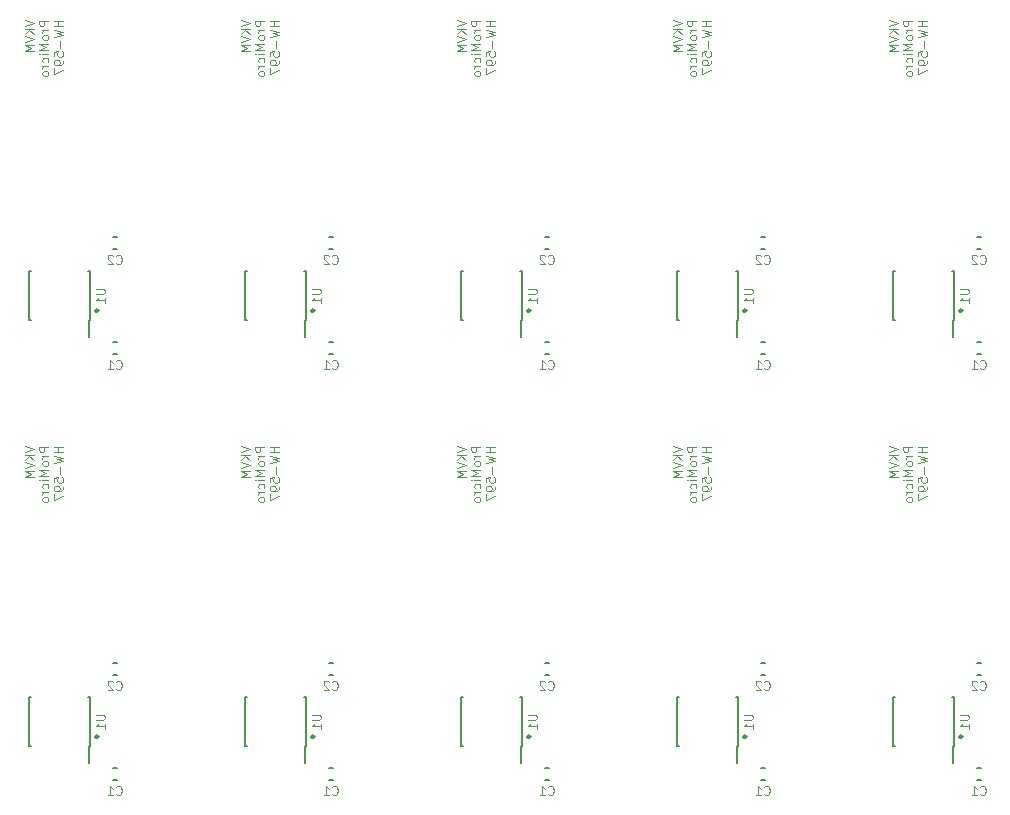
<source format=gbo>
%MOIN*%
%OFA0B0*%
%FSLAX46Y46*%
%IPPOS*%
%LPD*%
%ADD10C,0.01*%
%ADD11C,0.004*%
%ADD12C,0.006000000000000001*%
%ADD23C,0.01*%
%ADD24C,0.004*%
%ADD25C,0.006000000000000001*%
%ADD26C,0.01*%
%ADD27C,0.004*%
%ADD28C,0.006000000000000001*%
%ADD29C,0.01*%
%ADD30C,0.004*%
%ADD31C,0.006000000000000001*%
%ADD32C,0.01*%
%ADD33C,0.004*%
%ADD34C,0.006000000000000001*%
%ADD35C,0.01*%
%ADD36C,0.004*%
%ADD37C,0.006000000000000001*%
%ADD38C,0.01*%
%ADD39C,0.004*%
%ADD40C,0.006000000000000001*%
%ADD41C,0.01*%
%ADD42C,0.004*%
%ADD43C,0.006000000000000001*%
%ADD44C,0.01*%
%ADD45C,0.004*%
%ADD46C,0.006000000000000001*%
%ADD47C,0.01*%
%ADD48C,0.004*%
%ADD49C,0.006000000000000001*%
D10*
X0000440000Y0000359999D02*
G75*
G03X0000440000Y0000359999I-0000005000D01*
G01*
D11*
X0000194571Y0001329542D02*
X0000224571Y0001319542D01*
X0000194571Y0001309542D01*
X0000224571Y0001299542D02*
X0000194571Y0001299542D01*
X0000224571Y0001282399D02*
X0000207428Y0001295257D01*
X0000194571Y0001282399D02*
X0000211714Y0001299542D01*
X0000194571Y0001273828D02*
X0000224571Y0001263828D01*
X0000194571Y0001253828D01*
X0000224571Y0001243828D02*
X0000194571Y0001243828D01*
X0000216000Y0001233828D01*
X0000194571Y0001223828D01*
X0000224571Y0001223828D01*
X0000273571Y0001325257D02*
X0000243571Y0001325257D01*
X0000243571Y0001313828D01*
X0000245000Y0001310971D01*
X0000246428Y0001309542D01*
X0000249285Y0001308114D01*
X0000253571Y0001308114D01*
X0000256428Y0001309542D01*
X0000257857Y0001310971D01*
X0000259285Y0001313828D01*
X0000259285Y0001325257D01*
X0000273571Y0001295257D02*
X0000253571Y0001295257D01*
X0000259285Y0001295257D02*
X0000256428Y0001293828D01*
X0000255000Y0001292399D01*
X0000253571Y0001289542D01*
X0000253571Y0001286685D01*
X0000273571Y0001272399D02*
X0000272142Y0001275257D01*
X0000270714Y0001276685D01*
X0000267857Y0001278114D01*
X0000259285Y0001278114D01*
X0000256428Y0001276685D01*
X0000255000Y0001275257D01*
X0000253571Y0001272399D01*
X0000253571Y0001268114D01*
X0000255000Y0001265257D01*
X0000256428Y0001263828D01*
X0000259285Y0001262399D01*
X0000267857Y0001262399D01*
X0000270714Y0001263828D01*
X0000272142Y0001265257D01*
X0000273571Y0001268114D01*
X0000273571Y0001272399D01*
X0000273571Y0001249542D02*
X0000243571Y0001249542D01*
X0000265000Y0001239542D01*
X0000243571Y0001229542D01*
X0000273571Y0001229542D01*
X0000273571Y0001215257D02*
X0000253571Y0001215257D01*
X0000243571Y0001215257D02*
X0000245000Y0001216685D01*
X0000246428Y0001215257D01*
X0000245000Y0001213828D01*
X0000243571Y0001215257D01*
X0000246428Y0001215257D01*
X0000272142Y0001188114D02*
X0000273571Y0001190971D01*
X0000273571Y0001196685D01*
X0000272142Y0001199542D01*
X0000270714Y0001200971D01*
X0000267857Y0001202399D01*
X0000259285Y0001202399D01*
X0000256428Y0001200971D01*
X0000255000Y0001199542D01*
X0000253571Y0001196685D01*
X0000253571Y0001190971D01*
X0000255000Y0001188114D01*
X0000273571Y0001175257D02*
X0000253571Y0001175257D01*
X0000259285Y0001175257D02*
X0000256428Y0001173828D01*
X0000255000Y0001172399D01*
X0000253571Y0001169542D01*
X0000253571Y0001166685D01*
X0000273571Y0001152399D02*
X0000272142Y0001155257D01*
X0000270714Y0001156685D01*
X0000267857Y0001158114D01*
X0000259285Y0001158114D01*
X0000256428Y0001156685D01*
X0000255000Y0001155257D01*
X0000253571Y0001152399D01*
X0000253571Y0001148114D01*
X0000255000Y0001145257D01*
X0000256428Y0001143828D01*
X0000259285Y0001142399D01*
X0000267857Y0001142399D01*
X0000270714Y0001143828D01*
X0000272142Y0001145257D01*
X0000273571Y0001148114D01*
X0000273571Y0001152399D01*
X0000322571Y0001325257D02*
X0000292571Y0001325257D01*
X0000306857Y0001325257D02*
X0000306857Y0001308114D01*
X0000322571Y0001308114D02*
X0000292571Y0001308114D01*
X0000292571Y0001296685D02*
X0000322571Y0001289542D01*
X0000301142Y0001283828D01*
X0000322571Y0001278114D01*
X0000292571Y0001270971D01*
X0000311142Y0001259542D02*
X0000311142Y0001236685D01*
X0000292571Y0001208114D02*
X0000292571Y0001222399D01*
X0000306857Y0001223828D01*
X0000305428Y0001222399D01*
X0000304000Y0001219542D01*
X0000304000Y0001212399D01*
X0000305428Y0001209542D01*
X0000306857Y0001208114D01*
X0000309714Y0001206685D01*
X0000316857Y0001206685D01*
X0000319714Y0001208114D01*
X0000321142Y0001209542D01*
X0000322571Y0001212399D01*
X0000322571Y0001219542D01*
X0000321142Y0001222399D01*
X0000319714Y0001223828D01*
X0000322571Y0001192399D02*
X0000322571Y0001186685D01*
X0000321142Y0001183828D01*
X0000319714Y0001182399D01*
X0000315428Y0001179542D01*
X0000309714Y0001178114D01*
X0000298285Y0001178114D01*
X0000295428Y0001179542D01*
X0000294000Y0001180971D01*
X0000292571Y0001183828D01*
X0000292571Y0001189542D01*
X0000294000Y0001192399D01*
X0000295428Y0001193828D01*
X0000298285Y0001195257D01*
X0000305428Y0001195257D01*
X0000308285Y0001193828D01*
X0000309714Y0001192399D01*
X0000311142Y0001189542D01*
X0000311142Y0001183828D01*
X0000309714Y0001180971D01*
X0000308285Y0001179542D01*
X0000305428Y0001178114D01*
X0000292571Y0001168114D02*
X0000292571Y0001148114D01*
X0000322571Y0001160971D01*
D12*
X0000411378Y0000328307D02*
X0000409409Y0000328307D01*
X0000411378Y0000491692D02*
X0000405669Y0000491692D01*
X0000208622Y0000491692D02*
X0000214330Y0000491692D01*
X0000208622Y0000328307D02*
X0000214330Y0000328307D01*
X0000411378Y0000328307D02*
X0000411378Y0000491692D01*
X0000208622Y0000328307D02*
X0000208622Y0000491692D01*
X0000409409Y0000328307D02*
X0000409409Y0000273188D01*
X0000487706Y0000605078D02*
X0000501191Y0000605078D01*
X0000487706Y0000564921D02*
X0000501191Y0000564921D01*
X0000487706Y0000214921D02*
X0000501191Y0000214921D01*
X0000487706Y0000255078D02*
X0000501191Y0000255078D01*
D11*
X0000431366Y0000432857D02*
X0000455652Y0000432857D01*
X0000458509Y0000431428D01*
X0000459938Y0000429999D01*
X0000461366Y0000427142D01*
X0000461366Y0000421428D01*
X0000459938Y0000418571D01*
X0000458509Y0000417142D01*
X0000455652Y0000415714D01*
X0000431366Y0000415714D01*
X0000461366Y0000385714D02*
X0000461366Y0000402857D01*
X0000461366Y0000394285D02*
X0000431366Y0000394285D01*
X0000435652Y0000397142D01*
X0000438509Y0000399999D01*
X0000439938Y0000402857D01*
X0000499448Y0000517986D02*
X0000500877Y0000516557D01*
X0000505163Y0000515129D01*
X0000508020Y0000515129D01*
X0000512306Y0000516557D01*
X0000515163Y0000519415D01*
X0000516591Y0000522272D01*
X0000518020Y0000527986D01*
X0000518020Y0000532272D01*
X0000516591Y0000537986D01*
X0000515163Y0000540843D01*
X0000512306Y0000543700D01*
X0000508020Y0000545129D01*
X0000505163Y0000545129D01*
X0000500877Y0000543700D01*
X0000499448Y0000542272D01*
X0000488020Y0000542272D02*
X0000486591Y0000543700D01*
X0000483734Y0000545129D01*
X0000476591Y0000545129D01*
X0000473734Y0000543700D01*
X0000472306Y0000542272D01*
X0000470877Y0000539415D01*
X0000470877Y0000536557D01*
X0000472306Y0000532272D01*
X0000489448Y0000515129D01*
X0000470877Y0000515129D01*
X0000499448Y0000167986D02*
X0000500877Y0000166557D01*
X0000505163Y0000165129D01*
X0000508020Y0000165129D01*
X0000512306Y0000166557D01*
X0000515163Y0000169415D01*
X0000516591Y0000172272D01*
X0000518020Y0000177986D01*
X0000518020Y0000182272D01*
X0000516591Y0000187986D01*
X0000515163Y0000190843D01*
X0000512306Y0000193700D01*
X0000508020Y0000195129D01*
X0000505163Y0000195129D01*
X0000500877Y0000193700D01*
X0000499448Y0000192272D01*
X0000470877Y0000165129D02*
X0000488020Y0000165129D01*
X0000479448Y0000165129D02*
X0000479448Y0000195129D01*
X0000482306Y0000190843D01*
X0000485163Y0000187986D01*
X0000488020Y0000186557D01*
G04 next file*
G04 next file*
G04 #@! TF.GenerationSoftware,KiCad,Pcbnew,(5.1.4)-1*
G04 #@! TF.CreationDate,2019-12-18T21:33:11+01:00*
G04 #@! TF.ProjectId,ser,7365722e-6b69-4636-9164-5f7063625858,rev?*
G04 #@! TF.SameCoordinates,Original*
G04 #@! TF.FileFunction,Legend,Bot*
G04 #@! TF.FilePolarity,Positive*
G04 Gerber Fmt 4.6, Leading zero omitted, Abs format (unit mm)*
G04 Created by KiCad (PCBNEW (5.1.4)-1) date 2019-12-18 21:33:11*
G04 APERTURE LIST*
G04 APERTURE END LIST*
D23*
X0000440000Y0001780000D02*
G75*
G03X0000440000Y0001780000I-0000005000D01*
G01*
D24*
X0000194571Y0002749542D02*
X0000224571Y0002739542D01*
X0000194571Y0002729542D01*
X0000224571Y0002719542D02*
X0000194571Y0002719542D01*
X0000224571Y0002702400D02*
X0000207428Y0002715257D01*
X0000194571Y0002702400D02*
X0000211714Y0002719542D01*
X0000194571Y0002693828D02*
X0000224571Y0002683828D01*
X0000194571Y0002673828D01*
X0000224571Y0002663828D02*
X0000194571Y0002663828D01*
X0000216000Y0002653828D01*
X0000194571Y0002643828D01*
X0000224571Y0002643828D01*
X0000273571Y0002745257D02*
X0000243571Y0002745257D01*
X0000243571Y0002733828D01*
X0000245000Y0002730971D01*
X0000246428Y0002729542D01*
X0000249285Y0002728114D01*
X0000253571Y0002728114D01*
X0000256428Y0002729542D01*
X0000257857Y0002730971D01*
X0000259285Y0002733828D01*
X0000259285Y0002745257D01*
X0000273571Y0002715257D02*
X0000253571Y0002715257D01*
X0000259285Y0002715257D02*
X0000256428Y0002713828D01*
X0000255000Y0002712400D01*
X0000253571Y0002709542D01*
X0000253571Y0002706685D01*
X0000273571Y0002692400D02*
X0000272142Y0002695257D01*
X0000270714Y0002696685D01*
X0000267857Y0002698114D01*
X0000259285Y0002698114D01*
X0000256428Y0002696685D01*
X0000255000Y0002695257D01*
X0000253571Y0002692400D01*
X0000253571Y0002688114D01*
X0000255000Y0002685257D01*
X0000256428Y0002683828D01*
X0000259285Y0002682400D01*
X0000267857Y0002682400D01*
X0000270714Y0002683828D01*
X0000272142Y0002685257D01*
X0000273571Y0002688114D01*
X0000273571Y0002692400D01*
X0000273571Y0002669542D02*
X0000243571Y0002669542D01*
X0000265000Y0002659542D01*
X0000243571Y0002649542D01*
X0000273571Y0002649542D01*
X0000273571Y0002635257D02*
X0000253571Y0002635257D01*
X0000243571Y0002635257D02*
X0000245000Y0002636685D01*
X0000246428Y0002635257D01*
X0000245000Y0002633828D01*
X0000243571Y0002635257D01*
X0000246428Y0002635257D01*
X0000272142Y0002608114D02*
X0000273571Y0002610971D01*
X0000273571Y0002616685D01*
X0000272142Y0002619542D01*
X0000270714Y0002620971D01*
X0000267857Y0002622400D01*
X0000259285Y0002622400D01*
X0000256428Y0002620971D01*
X0000255000Y0002619542D01*
X0000253571Y0002616685D01*
X0000253571Y0002610971D01*
X0000255000Y0002608114D01*
X0000273571Y0002595257D02*
X0000253571Y0002595257D01*
X0000259285Y0002595257D02*
X0000256428Y0002593828D01*
X0000255000Y0002592400D01*
X0000253571Y0002589542D01*
X0000253571Y0002586685D01*
X0000273571Y0002572400D02*
X0000272142Y0002575257D01*
X0000270714Y0002576685D01*
X0000267857Y0002578114D01*
X0000259285Y0002578114D01*
X0000256428Y0002576685D01*
X0000255000Y0002575257D01*
X0000253571Y0002572400D01*
X0000253571Y0002568114D01*
X0000255000Y0002565257D01*
X0000256428Y0002563828D01*
X0000259285Y0002562400D01*
X0000267857Y0002562400D01*
X0000270714Y0002563828D01*
X0000272142Y0002565257D01*
X0000273571Y0002568114D01*
X0000273571Y0002572400D01*
X0000322571Y0002745257D02*
X0000292571Y0002745257D01*
X0000306857Y0002745257D02*
X0000306857Y0002728114D01*
X0000322571Y0002728114D02*
X0000292571Y0002728114D01*
X0000292571Y0002716685D02*
X0000322571Y0002709542D01*
X0000301142Y0002703828D01*
X0000322571Y0002698114D01*
X0000292571Y0002690971D01*
X0000311142Y0002679542D02*
X0000311142Y0002656685D01*
X0000292571Y0002628114D02*
X0000292571Y0002642400D01*
X0000306857Y0002643828D01*
X0000305428Y0002642400D01*
X0000304000Y0002639542D01*
X0000304000Y0002632400D01*
X0000305428Y0002629542D01*
X0000306857Y0002628114D01*
X0000309714Y0002626685D01*
X0000316857Y0002626685D01*
X0000319714Y0002628114D01*
X0000321142Y0002629542D01*
X0000322571Y0002632400D01*
X0000322571Y0002639542D01*
X0000321142Y0002642400D01*
X0000319714Y0002643828D01*
X0000322571Y0002612400D02*
X0000322571Y0002606685D01*
X0000321142Y0002603828D01*
X0000319714Y0002602400D01*
X0000315428Y0002599542D01*
X0000309714Y0002598114D01*
X0000298285Y0002598114D01*
X0000295428Y0002599542D01*
X0000294000Y0002600971D01*
X0000292571Y0002603828D01*
X0000292571Y0002609542D01*
X0000294000Y0002612400D01*
X0000295428Y0002613828D01*
X0000298285Y0002615257D01*
X0000305428Y0002615257D01*
X0000308285Y0002613828D01*
X0000309714Y0002612400D01*
X0000311142Y0002609542D01*
X0000311142Y0002603828D01*
X0000309714Y0002600971D01*
X0000308285Y0002599542D01*
X0000305428Y0002598114D01*
X0000292571Y0002588114D02*
X0000292571Y0002568114D01*
X0000322571Y0002580971D01*
D25*
X0000411378Y0001748307D02*
X0000409409Y0001748307D01*
X0000411378Y0001911692D02*
X0000405669Y0001911692D01*
X0000208622Y0001911692D02*
X0000214330Y0001911692D01*
X0000208622Y0001748307D02*
X0000214330Y0001748307D01*
X0000411378Y0001748307D02*
X0000411378Y0001911692D01*
X0000208622Y0001748307D02*
X0000208622Y0001911692D01*
X0000409409Y0001748307D02*
X0000409409Y0001693188D01*
X0000487706Y0002025078D02*
X0000501191Y0002025078D01*
X0000487706Y0001984921D02*
X0000501191Y0001984921D01*
X0000487706Y0001634921D02*
X0000501191Y0001634921D01*
X0000487706Y0001675078D02*
X0000501191Y0001675078D01*
D24*
X0000431366Y0001852857D02*
X0000455652Y0001852857D01*
X0000458509Y0001851428D01*
X0000459938Y0001850000D01*
X0000461366Y0001847142D01*
X0000461366Y0001841428D01*
X0000459938Y0001838571D01*
X0000458509Y0001837142D01*
X0000455652Y0001835714D01*
X0000431366Y0001835714D01*
X0000461366Y0001805714D02*
X0000461366Y0001822857D01*
X0000461366Y0001814285D02*
X0000431366Y0001814285D01*
X0000435652Y0001817142D01*
X0000438509Y0001820000D01*
X0000439938Y0001822857D01*
X0000499448Y0001937986D02*
X0000500877Y0001936557D01*
X0000505163Y0001935129D01*
X0000508020Y0001935129D01*
X0000512306Y0001936557D01*
X0000515163Y0001939415D01*
X0000516591Y0001942272D01*
X0000518020Y0001947986D01*
X0000518020Y0001952272D01*
X0000516591Y0001957986D01*
X0000515163Y0001960843D01*
X0000512306Y0001963700D01*
X0000508020Y0001965129D01*
X0000505163Y0001965129D01*
X0000500877Y0001963700D01*
X0000499448Y0001962272D01*
X0000488020Y0001962272D02*
X0000486591Y0001963700D01*
X0000483734Y0001965129D01*
X0000476591Y0001965129D01*
X0000473734Y0001963700D01*
X0000472306Y0001962272D01*
X0000470877Y0001959415D01*
X0000470877Y0001956557D01*
X0000472306Y0001952272D01*
X0000489448Y0001935129D01*
X0000470877Y0001935129D01*
X0000499448Y0001587986D02*
X0000500877Y0001586557D01*
X0000505163Y0001585129D01*
X0000508020Y0001585129D01*
X0000512306Y0001586557D01*
X0000515163Y0001589415D01*
X0000516591Y0001592272D01*
X0000518020Y0001597986D01*
X0000518020Y0001602272D01*
X0000516591Y0001607986D01*
X0000515163Y0001610843D01*
X0000512306Y0001613700D01*
X0000508020Y0001615129D01*
X0000505163Y0001615129D01*
X0000500877Y0001613700D01*
X0000499448Y0001612272D01*
X0000470877Y0001585129D02*
X0000488020Y0001585129D01*
X0000479448Y0001585129D02*
X0000479448Y0001615129D01*
X0000482306Y0001610843D01*
X0000485163Y0001607986D01*
X0000488020Y0001606557D01*
G04 next file*
G04 next file*
G04 #@! TF.GenerationSoftware,KiCad,Pcbnew,(5.1.4)-1*
G04 #@! TF.CreationDate,2019-12-18T21:33:11+01:00*
G04 #@! TF.ProjectId,ser,7365722e-6b69-4636-9164-5f7063625858,rev?*
G04 #@! TF.SameCoordinates,Original*
G04 #@! TF.FileFunction,Legend,Bot*
G04 #@! TF.FilePolarity,Positive*
G04 Gerber Fmt 4.6, Leading zero omitted, Abs format (unit mm)*
G04 Created by KiCad (PCBNEW (5.1.4)-1) date 2019-12-18 21:33:11*
G04 APERTURE LIST*
G04 APERTURE END LIST*
D26*
X0001159999Y0000359999D02*
G75*
G03X0001159999Y0000359999I-0000005000D01*
G01*
D27*
X0000914571Y0001329542D02*
X0000944571Y0001319542D01*
X0000914571Y0001309542D01*
X0000944571Y0001299542D02*
X0000914571Y0001299542D01*
X0000944571Y0001282399D02*
X0000927428Y0001295257D01*
X0000914571Y0001282399D02*
X0000931714Y0001299542D01*
X0000914571Y0001273828D02*
X0000944571Y0001263828D01*
X0000914571Y0001253828D01*
X0000944571Y0001243828D02*
X0000914571Y0001243828D01*
X0000935999Y0001233828D01*
X0000914571Y0001223828D01*
X0000944571Y0001223828D01*
X0000993571Y0001325257D02*
X0000963571Y0001325257D01*
X0000963571Y0001313828D01*
X0000964999Y0001310971D01*
X0000966428Y0001309542D01*
X0000969285Y0001308114D01*
X0000973571Y0001308114D01*
X0000976428Y0001309542D01*
X0000977857Y0001310971D01*
X0000979285Y0001313828D01*
X0000979285Y0001325257D01*
X0000993571Y0001295257D02*
X0000973571Y0001295257D01*
X0000979285Y0001295257D02*
X0000976428Y0001293828D01*
X0000974999Y0001292399D01*
X0000973571Y0001289542D01*
X0000973571Y0001286685D01*
X0000993571Y0001272399D02*
X0000992142Y0001275257D01*
X0000990714Y0001276685D01*
X0000987857Y0001278114D01*
X0000979285Y0001278114D01*
X0000976428Y0001276685D01*
X0000974999Y0001275257D01*
X0000973571Y0001272399D01*
X0000973571Y0001268114D01*
X0000974999Y0001265257D01*
X0000976428Y0001263828D01*
X0000979285Y0001262399D01*
X0000987857Y0001262399D01*
X0000990714Y0001263828D01*
X0000992142Y0001265257D01*
X0000993571Y0001268114D01*
X0000993571Y0001272399D01*
X0000993571Y0001249542D02*
X0000963571Y0001249542D01*
X0000984999Y0001239542D01*
X0000963571Y0001229542D01*
X0000993571Y0001229542D01*
X0000993571Y0001215257D02*
X0000973571Y0001215257D01*
X0000963571Y0001215257D02*
X0000964999Y0001216685D01*
X0000966428Y0001215257D01*
X0000964999Y0001213828D01*
X0000963571Y0001215257D01*
X0000966428Y0001215257D01*
X0000992142Y0001188114D02*
X0000993571Y0001190971D01*
X0000993571Y0001196685D01*
X0000992142Y0001199542D01*
X0000990714Y0001200971D01*
X0000987857Y0001202399D01*
X0000979285Y0001202399D01*
X0000976428Y0001200971D01*
X0000974999Y0001199542D01*
X0000973571Y0001196685D01*
X0000973571Y0001190971D01*
X0000974999Y0001188114D01*
X0000993571Y0001175257D02*
X0000973571Y0001175257D01*
X0000979285Y0001175257D02*
X0000976428Y0001173828D01*
X0000974999Y0001172399D01*
X0000973571Y0001169542D01*
X0000973571Y0001166685D01*
X0000993571Y0001152399D02*
X0000992142Y0001155257D01*
X0000990714Y0001156685D01*
X0000987857Y0001158114D01*
X0000979285Y0001158114D01*
X0000976428Y0001156685D01*
X0000974999Y0001155257D01*
X0000973571Y0001152399D01*
X0000973571Y0001148114D01*
X0000974999Y0001145257D01*
X0000976428Y0001143828D01*
X0000979285Y0001142399D01*
X0000987857Y0001142399D01*
X0000990714Y0001143828D01*
X0000992142Y0001145257D01*
X0000993571Y0001148114D01*
X0000993571Y0001152399D01*
X0001042571Y0001325257D02*
X0001012571Y0001325257D01*
X0001026857Y0001325257D02*
X0001026857Y0001308114D01*
X0001042571Y0001308114D02*
X0001012571Y0001308114D01*
X0001012571Y0001296685D02*
X0001042571Y0001289542D01*
X0001021142Y0001283828D01*
X0001042571Y0001278114D01*
X0001012571Y0001270971D01*
X0001031142Y0001259542D02*
X0001031142Y0001236685D01*
X0001012571Y0001208114D02*
X0001012571Y0001222399D01*
X0001026857Y0001223828D01*
X0001025428Y0001222399D01*
X0001023999Y0001219542D01*
X0001023999Y0001212399D01*
X0001025428Y0001209542D01*
X0001026857Y0001208114D01*
X0001029714Y0001206685D01*
X0001036857Y0001206685D01*
X0001039714Y0001208114D01*
X0001041142Y0001209542D01*
X0001042571Y0001212399D01*
X0001042571Y0001219542D01*
X0001041142Y0001222399D01*
X0001039714Y0001223828D01*
X0001042571Y0001192399D02*
X0001042571Y0001186685D01*
X0001041142Y0001183828D01*
X0001039714Y0001182399D01*
X0001035428Y0001179542D01*
X0001029714Y0001178114D01*
X0001018285Y0001178114D01*
X0001015428Y0001179542D01*
X0001013999Y0001180971D01*
X0001012571Y0001183828D01*
X0001012571Y0001189542D01*
X0001013999Y0001192399D01*
X0001015428Y0001193828D01*
X0001018285Y0001195257D01*
X0001025428Y0001195257D01*
X0001028285Y0001193828D01*
X0001029714Y0001192399D01*
X0001031142Y0001189542D01*
X0001031142Y0001183828D01*
X0001029714Y0001180971D01*
X0001028285Y0001179542D01*
X0001025428Y0001178114D01*
X0001012571Y0001168114D02*
X0001012571Y0001148114D01*
X0001042571Y0001160971D01*
D28*
X0001131377Y0000328307D02*
X0001129409Y0000328307D01*
X0001131377Y0000491692D02*
X0001125669Y0000491692D01*
X0000928621Y0000491692D02*
X0000934330Y0000491692D01*
X0000928621Y0000328307D02*
X0000934330Y0000328307D01*
X0001131377Y0000328307D02*
X0001131377Y0000491692D01*
X0000928621Y0000328307D02*
X0000928621Y0000491692D01*
X0001129409Y0000328307D02*
X0001129409Y0000273188D01*
X0001207705Y0000605078D02*
X0001221191Y0000605078D01*
X0001207705Y0000564921D02*
X0001221191Y0000564921D01*
X0001207705Y0000214921D02*
X0001221191Y0000214921D01*
X0001207705Y0000255078D02*
X0001221191Y0000255078D01*
D27*
X0001151366Y0000432857D02*
X0001175652Y0000432857D01*
X0001178509Y0000431428D01*
X0001179937Y0000429999D01*
X0001181366Y0000427142D01*
X0001181366Y0000421428D01*
X0001179937Y0000418571D01*
X0001178509Y0000417142D01*
X0001175652Y0000415714D01*
X0001151366Y0000415714D01*
X0001181366Y0000385714D02*
X0001181366Y0000402857D01*
X0001181366Y0000394285D02*
X0001151366Y0000394285D01*
X0001155652Y0000397142D01*
X0001158509Y0000399999D01*
X0001159937Y0000402857D01*
X0001219448Y0000517986D02*
X0001220877Y0000516557D01*
X0001225162Y0000515129D01*
X0001228020Y0000515129D01*
X0001232305Y0000516557D01*
X0001235162Y0000519415D01*
X0001236591Y0000522272D01*
X0001238020Y0000527986D01*
X0001238020Y0000532272D01*
X0001236591Y0000537986D01*
X0001235162Y0000540843D01*
X0001232305Y0000543700D01*
X0001228020Y0000545129D01*
X0001225162Y0000545129D01*
X0001220877Y0000543700D01*
X0001219448Y0000542272D01*
X0001208020Y0000542272D02*
X0001206591Y0000543700D01*
X0001203734Y0000545129D01*
X0001196591Y0000545129D01*
X0001193734Y0000543700D01*
X0001192305Y0000542272D01*
X0001190877Y0000539415D01*
X0001190877Y0000536557D01*
X0001192305Y0000532272D01*
X0001209448Y0000515129D01*
X0001190877Y0000515129D01*
X0001219448Y0000167986D02*
X0001220877Y0000166557D01*
X0001225162Y0000165129D01*
X0001228020Y0000165129D01*
X0001232305Y0000166557D01*
X0001235162Y0000169415D01*
X0001236591Y0000172272D01*
X0001238020Y0000177986D01*
X0001238020Y0000182272D01*
X0001236591Y0000187986D01*
X0001235162Y0000190843D01*
X0001232305Y0000193700D01*
X0001228020Y0000195129D01*
X0001225162Y0000195129D01*
X0001220877Y0000193700D01*
X0001219448Y0000192272D01*
X0001190877Y0000165129D02*
X0001208020Y0000165129D01*
X0001199448Y0000165129D02*
X0001199448Y0000195129D01*
X0001202305Y0000190843D01*
X0001205162Y0000187986D01*
X0001208020Y0000186557D01*
G04 next file*
G04 next file*
G04 #@! TF.GenerationSoftware,KiCad,Pcbnew,(5.1.4)-1*
G04 #@! TF.CreationDate,2019-12-18T21:33:11+01:00*
G04 #@! TF.ProjectId,ser,7365722e-6b69-4636-9164-5f7063625858,rev?*
G04 #@! TF.SameCoordinates,Original*
G04 #@! TF.FileFunction,Legend,Bot*
G04 #@! TF.FilePolarity,Positive*
G04 Gerber Fmt 4.6, Leading zero omitted, Abs format (unit mm)*
G04 Created by KiCad (PCBNEW (5.1.4)-1) date 2019-12-18 21:33:11*
G04 APERTURE LIST*
G04 APERTURE END LIST*
D29*
X0001879999Y0000359999D02*
G75*
G03X0001879999Y0000359999I-0000005000D01*
G01*
D30*
X0001634571Y0001329542D02*
X0001664571Y0001319542D01*
X0001634571Y0001309542D01*
X0001664571Y0001299542D02*
X0001634571Y0001299542D01*
X0001664571Y0001282399D02*
X0001647428Y0001295257D01*
X0001634571Y0001282399D02*
X0001651714Y0001299542D01*
X0001634571Y0001273828D02*
X0001664571Y0001263828D01*
X0001634571Y0001253828D01*
X0001664571Y0001243828D02*
X0001634571Y0001243828D01*
X0001655999Y0001233828D01*
X0001634571Y0001223828D01*
X0001664571Y0001223828D01*
X0001713571Y0001325257D02*
X0001683571Y0001325257D01*
X0001683571Y0001313828D01*
X0001684999Y0001310971D01*
X0001686428Y0001309542D01*
X0001689285Y0001308114D01*
X0001693571Y0001308114D01*
X0001696428Y0001309542D01*
X0001697857Y0001310971D01*
X0001699285Y0001313828D01*
X0001699285Y0001325257D01*
X0001713571Y0001295257D02*
X0001693571Y0001295257D01*
X0001699285Y0001295257D02*
X0001696428Y0001293828D01*
X0001694999Y0001292399D01*
X0001693571Y0001289542D01*
X0001693571Y0001286685D01*
X0001713571Y0001272399D02*
X0001712142Y0001275257D01*
X0001710714Y0001276685D01*
X0001707857Y0001278114D01*
X0001699285Y0001278114D01*
X0001696428Y0001276685D01*
X0001694999Y0001275257D01*
X0001693571Y0001272399D01*
X0001693571Y0001268114D01*
X0001694999Y0001265257D01*
X0001696428Y0001263828D01*
X0001699285Y0001262399D01*
X0001707857Y0001262399D01*
X0001710714Y0001263828D01*
X0001712142Y0001265257D01*
X0001713571Y0001268114D01*
X0001713571Y0001272399D01*
X0001713571Y0001249542D02*
X0001683571Y0001249542D01*
X0001704999Y0001239542D01*
X0001683571Y0001229542D01*
X0001713571Y0001229542D01*
X0001713571Y0001215257D02*
X0001693571Y0001215257D01*
X0001683571Y0001215257D02*
X0001684999Y0001216685D01*
X0001686428Y0001215257D01*
X0001684999Y0001213828D01*
X0001683571Y0001215257D01*
X0001686428Y0001215257D01*
X0001712142Y0001188114D02*
X0001713571Y0001190971D01*
X0001713571Y0001196685D01*
X0001712142Y0001199542D01*
X0001710714Y0001200971D01*
X0001707857Y0001202399D01*
X0001699285Y0001202399D01*
X0001696428Y0001200971D01*
X0001694999Y0001199542D01*
X0001693571Y0001196685D01*
X0001693571Y0001190971D01*
X0001694999Y0001188114D01*
X0001713571Y0001175257D02*
X0001693571Y0001175257D01*
X0001699285Y0001175257D02*
X0001696428Y0001173828D01*
X0001694999Y0001172399D01*
X0001693571Y0001169542D01*
X0001693571Y0001166685D01*
X0001713571Y0001152399D02*
X0001712142Y0001155257D01*
X0001710714Y0001156685D01*
X0001707857Y0001158114D01*
X0001699285Y0001158114D01*
X0001696428Y0001156685D01*
X0001694999Y0001155257D01*
X0001693571Y0001152399D01*
X0001693571Y0001148114D01*
X0001694999Y0001145257D01*
X0001696428Y0001143828D01*
X0001699285Y0001142399D01*
X0001707857Y0001142399D01*
X0001710714Y0001143828D01*
X0001712142Y0001145257D01*
X0001713571Y0001148114D01*
X0001713571Y0001152399D01*
X0001762571Y0001325257D02*
X0001732571Y0001325257D01*
X0001746857Y0001325257D02*
X0001746857Y0001308114D01*
X0001762571Y0001308114D02*
X0001732571Y0001308114D01*
X0001732571Y0001296685D02*
X0001762571Y0001289542D01*
X0001741142Y0001283828D01*
X0001762571Y0001278114D01*
X0001732571Y0001270971D01*
X0001751142Y0001259542D02*
X0001751142Y0001236685D01*
X0001732571Y0001208114D02*
X0001732571Y0001222399D01*
X0001746857Y0001223828D01*
X0001745428Y0001222399D01*
X0001743999Y0001219542D01*
X0001743999Y0001212399D01*
X0001745428Y0001209542D01*
X0001746857Y0001208114D01*
X0001749714Y0001206685D01*
X0001756857Y0001206685D01*
X0001759714Y0001208114D01*
X0001761142Y0001209542D01*
X0001762571Y0001212399D01*
X0001762571Y0001219542D01*
X0001761142Y0001222399D01*
X0001759714Y0001223828D01*
X0001762571Y0001192399D02*
X0001762571Y0001186685D01*
X0001761142Y0001183828D01*
X0001759714Y0001182399D01*
X0001755428Y0001179542D01*
X0001749714Y0001178114D01*
X0001738285Y0001178114D01*
X0001735428Y0001179542D01*
X0001733999Y0001180971D01*
X0001732571Y0001183828D01*
X0001732571Y0001189542D01*
X0001733999Y0001192399D01*
X0001735428Y0001193828D01*
X0001738285Y0001195257D01*
X0001745428Y0001195257D01*
X0001748285Y0001193828D01*
X0001749714Y0001192399D01*
X0001751142Y0001189542D01*
X0001751142Y0001183828D01*
X0001749714Y0001180971D01*
X0001748285Y0001179542D01*
X0001745428Y0001178114D01*
X0001732571Y0001168114D02*
X0001732571Y0001148114D01*
X0001762571Y0001160971D01*
D31*
X0001851377Y0000328307D02*
X0001849409Y0000328307D01*
X0001851377Y0000491692D02*
X0001845669Y0000491692D01*
X0001648622Y0000491692D02*
X0001654330Y0000491692D01*
X0001648622Y0000328307D02*
X0001654330Y0000328307D01*
X0001851377Y0000328307D02*
X0001851377Y0000491692D01*
X0001648622Y0000328307D02*
X0001648622Y0000491692D01*
X0001849409Y0000328307D02*
X0001849409Y0000273188D01*
X0001927705Y0000605078D02*
X0001941191Y0000605078D01*
X0001927705Y0000564921D02*
X0001941191Y0000564921D01*
X0001927705Y0000214921D02*
X0001941191Y0000214921D01*
X0001927705Y0000255078D02*
X0001941191Y0000255078D01*
D30*
X0001871366Y0000432857D02*
X0001895652Y0000432857D01*
X0001898509Y0000431428D01*
X0001899938Y0000429999D01*
X0001901366Y0000427142D01*
X0001901366Y0000421428D01*
X0001899938Y0000418571D01*
X0001898509Y0000417142D01*
X0001895652Y0000415714D01*
X0001871366Y0000415714D01*
X0001901366Y0000385714D02*
X0001901366Y0000402857D01*
X0001901366Y0000394285D02*
X0001871366Y0000394285D01*
X0001875652Y0000397142D01*
X0001878509Y0000399999D01*
X0001879938Y0000402857D01*
X0001939448Y0000517986D02*
X0001940877Y0000516557D01*
X0001945163Y0000515129D01*
X0001948020Y0000515129D01*
X0001952305Y0000516557D01*
X0001955163Y0000519415D01*
X0001956591Y0000522272D01*
X0001958020Y0000527986D01*
X0001958020Y0000532272D01*
X0001956591Y0000537986D01*
X0001955163Y0000540843D01*
X0001952305Y0000543700D01*
X0001948020Y0000545129D01*
X0001945163Y0000545129D01*
X0001940877Y0000543700D01*
X0001939448Y0000542272D01*
X0001928020Y0000542272D02*
X0001926591Y0000543700D01*
X0001923734Y0000545129D01*
X0001916591Y0000545129D01*
X0001913734Y0000543700D01*
X0001912305Y0000542272D01*
X0001910877Y0000539415D01*
X0001910877Y0000536557D01*
X0001912305Y0000532272D01*
X0001929448Y0000515129D01*
X0001910877Y0000515129D01*
X0001939448Y0000167986D02*
X0001940877Y0000166557D01*
X0001945163Y0000165129D01*
X0001948020Y0000165129D01*
X0001952305Y0000166557D01*
X0001955163Y0000169415D01*
X0001956591Y0000172272D01*
X0001958020Y0000177986D01*
X0001958020Y0000182272D01*
X0001956591Y0000187986D01*
X0001955163Y0000190843D01*
X0001952305Y0000193700D01*
X0001948020Y0000195129D01*
X0001945163Y0000195129D01*
X0001940877Y0000193700D01*
X0001939448Y0000192272D01*
X0001910877Y0000165129D02*
X0001928020Y0000165129D01*
X0001919448Y0000165129D02*
X0001919448Y0000195129D01*
X0001922305Y0000190843D01*
X0001925163Y0000187986D01*
X0001928020Y0000186557D01*
G04 next file*
G04 next file*
G04 #@! TF.GenerationSoftware,KiCad,Pcbnew,(5.1.4)-1*
G04 #@! TF.CreationDate,2019-12-18T21:33:11+01:00*
G04 #@! TF.ProjectId,ser,7365722e-6b69-4636-9164-5f7063625858,rev?*
G04 #@! TF.SameCoordinates,Original*
G04 #@! TF.FileFunction,Legend,Bot*
G04 #@! TF.FilePolarity,Positive*
G04 Gerber Fmt 4.6, Leading zero omitted, Abs format (unit mm)*
G04 Created by KiCad (PCBNEW (5.1.4)-1) date 2019-12-18 21:33:11*
G04 APERTURE LIST*
G04 APERTURE END LIST*
D32*
X0002600000Y0000359999D02*
G75*
G03X0002600000Y0000359999I-0000005000D01*
G01*
D33*
X0002354571Y0001329542D02*
X0002384571Y0001319542D01*
X0002354571Y0001309542D01*
X0002384571Y0001299542D02*
X0002354571Y0001299542D01*
X0002384571Y0001282399D02*
X0002367428Y0001295257D01*
X0002354571Y0001282399D02*
X0002371714Y0001299542D01*
X0002354571Y0001273828D02*
X0002384571Y0001263828D01*
X0002354571Y0001253828D01*
X0002384571Y0001243828D02*
X0002354571Y0001243828D01*
X0002376000Y0001233828D01*
X0002354571Y0001223828D01*
X0002384571Y0001223828D01*
X0002433571Y0001325257D02*
X0002403571Y0001325257D01*
X0002403571Y0001313828D01*
X0002405000Y0001310971D01*
X0002406428Y0001309542D01*
X0002409285Y0001308114D01*
X0002413571Y0001308114D01*
X0002416428Y0001309542D01*
X0002417857Y0001310971D01*
X0002419285Y0001313828D01*
X0002419285Y0001325257D01*
X0002433571Y0001295257D02*
X0002413571Y0001295257D01*
X0002419285Y0001295257D02*
X0002416428Y0001293828D01*
X0002415000Y0001292399D01*
X0002413571Y0001289542D01*
X0002413571Y0001286685D01*
X0002433571Y0001272399D02*
X0002432142Y0001275257D01*
X0002430714Y0001276685D01*
X0002427857Y0001278114D01*
X0002419285Y0001278114D01*
X0002416428Y0001276685D01*
X0002415000Y0001275257D01*
X0002413571Y0001272399D01*
X0002413571Y0001268114D01*
X0002415000Y0001265257D01*
X0002416428Y0001263828D01*
X0002419285Y0001262399D01*
X0002427857Y0001262399D01*
X0002430714Y0001263828D01*
X0002432142Y0001265257D01*
X0002433571Y0001268114D01*
X0002433571Y0001272399D01*
X0002433571Y0001249542D02*
X0002403571Y0001249542D01*
X0002425000Y0001239542D01*
X0002403571Y0001229542D01*
X0002433571Y0001229542D01*
X0002433571Y0001215257D02*
X0002413571Y0001215257D01*
X0002403571Y0001215257D02*
X0002405000Y0001216685D01*
X0002406428Y0001215257D01*
X0002405000Y0001213828D01*
X0002403571Y0001215257D01*
X0002406428Y0001215257D01*
X0002432142Y0001188114D02*
X0002433571Y0001190971D01*
X0002433571Y0001196685D01*
X0002432142Y0001199542D01*
X0002430714Y0001200971D01*
X0002427857Y0001202399D01*
X0002419285Y0001202399D01*
X0002416428Y0001200971D01*
X0002415000Y0001199542D01*
X0002413571Y0001196685D01*
X0002413571Y0001190971D01*
X0002415000Y0001188114D01*
X0002433571Y0001175257D02*
X0002413571Y0001175257D01*
X0002419285Y0001175257D02*
X0002416428Y0001173828D01*
X0002415000Y0001172399D01*
X0002413571Y0001169542D01*
X0002413571Y0001166685D01*
X0002433571Y0001152399D02*
X0002432142Y0001155257D01*
X0002430714Y0001156685D01*
X0002427857Y0001158114D01*
X0002419285Y0001158114D01*
X0002416428Y0001156685D01*
X0002415000Y0001155257D01*
X0002413571Y0001152399D01*
X0002413571Y0001148114D01*
X0002415000Y0001145257D01*
X0002416428Y0001143828D01*
X0002419285Y0001142399D01*
X0002427857Y0001142399D01*
X0002430714Y0001143828D01*
X0002432142Y0001145257D01*
X0002433571Y0001148114D01*
X0002433571Y0001152399D01*
X0002482571Y0001325257D02*
X0002452571Y0001325257D01*
X0002466857Y0001325257D02*
X0002466857Y0001308114D01*
X0002482571Y0001308114D02*
X0002452571Y0001308114D01*
X0002452571Y0001296685D02*
X0002482571Y0001289542D01*
X0002461142Y0001283828D01*
X0002482571Y0001278114D01*
X0002452571Y0001270971D01*
X0002471142Y0001259542D02*
X0002471142Y0001236685D01*
X0002452571Y0001208114D02*
X0002452571Y0001222399D01*
X0002466857Y0001223828D01*
X0002465428Y0001222399D01*
X0002464000Y0001219542D01*
X0002464000Y0001212399D01*
X0002465428Y0001209542D01*
X0002466857Y0001208114D01*
X0002469714Y0001206685D01*
X0002476857Y0001206685D01*
X0002479714Y0001208114D01*
X0002481142Y0001209542D01*
X0002482571Y0001212399D01*
X0002482571Y0001219542D01*
X0002481142Y0001222399D01*
X0002479714Y0001223828D01*
X0002482571Y0001192399D02*
X0002482571Y0001186685D01*
X0002481142Y0001183828D01*
X0002479714Y0001182399D01*
X0002475428Y0001179542D01*
X0002469714Y0001178114D01*
X0002458285Y0001178114D01*
X0002455428Y0001179542D01*
X0002454000Y0001180971D01*
X0002452571Y0001183828D01*
X0002452571Y0001189542D01*
X0002454000Y0001192399D01*
X0002455428Y0001193828D01*
X0002458285Y0001195257D01*
X0002465428Y0001195257D01*
X0002468285Y0001193828D01*
X0002469714Y0001192399D01*
X0002471142Y0001189542D01*
X0002471142Y0001183828D01*
X0002469714Y0001180971D01*
X0002468285Y0001179542D01*
X0002465428Y0001178114D01*
X0002452571Y0001168114D02*
X0002452571Y0001148114D01*
X0002482571Y0001160971D01*
D34*
X0002571377Y0000328307D02*
X0002569409Y0000328307D01*
X0002571377Y0000491692D02*
X0002565669Y0000491692D01*
X0002368622Y0000491692D02*
X0002374330Y0000491692D01*
X0002368622Y0000328307D02*
X0002374330Y0000328307D01*
X0002571377Y0000328307D02*
X0002571377Y0000491692D01*
X0002368622Y0000328307D02*
X0002368622Y0000491692D01*
X0002569409Y0000328307D02*
X0002569409Y0000273188D01*
X0002647706Y0000605078D02*
X0002661191Y0000605078D01*
X0002647706Y0000564921D02*
X0002661191Y0000564921D01*
X0002647706Y0000214921D02*
X0002661191Y0000214921D01*
X0002647706Y0000255078D02*
X0002661191Y0000255078D01*
D33*
X0002591366Y0000432857D02*
X0002615652Y0000432857D01*
X0002618509Y0000431428D01*
X0002619938Y0000429999D01*
X0002621366Y0000427142D01*
X0002621366Y0000421428D01*
X0002619938Y0000418571D01*
X0002618509Y0000417142D01*
X0002615652Y0000415714D01*
X0002591366Y0000415714D01*
X0002621366Y0000385714D02*
X0002621366Y0000402857D01*
X0002621366Y0000394285D02*
X0002591366Y0000394285D01*
X0002595652Y0000397142D01*
X0002598509Y0000399999D01*
X0002599938Y0000402857D01*
X0002659448Y0000517986D02*
X0002660877Y0000516557D01*
X0002665163Y0000515129D01*
X0002668020Y0000515129D01*
X0002672305Y0000516557D01*
X0002675163Y0000519415D01*
X0002676591Y0000522272D01*
X0002678020Y0000527986D01*
X0002678020Y0000532272D01*
X0002676591Y0000537986D01*
X0002675163Y0000540843D01*
X0002672305Y0000543700D01*
X0002668020Y0000545129D01*
X0002665163Y0000545129D01*
X0002660877Y0000543700D01*
X0002659448Y0000542272D01*
X0002648020Y0000542272D02*
X0002646591Y0000543700D01*
X0002643734Y0000545129D01*
X0002636591Y0000545129D01*
X0002633734Y0000543700D01*
X0002632305Y0000542272D01*
X0002630877Y0000539415D01*
X0002630877Y0000536557D01*
X0002632305Y0000532272D01*
X0002649448Y0000515129D01*
X0002630877Y0000515129D01*
X0002659448Y0000167986D02*
X0002660877Y0000166557D01*
X0002665163Y0000165129D01*
X0002668020Y0000165129D01*
X0002672305Y0000166557D01*
X0002675163Y0000169415D01*
X0002676591Y0000172272D01*
X0002678020Y0000177986D01*
X0002678020Y0000182272D01*
X0002676591Y0000187986D01*
X0002675163Y0000190843D01*
X0002672305Y0000193700D01*
X0002668020Y0000195129D01*
X0002665163Y0000195129D01*
X0002660877Y0000193700D01*
X0002659448Y0000192272D01*
X0002630877Y0000165129D02*
X0002648020Y0000165129D01*
X0002639448Y0000165129D02*
X0002639448Y0000195129D01*
X0002642305Y0000190843D01*
X0002645163Y0000187986D01*
X0002648020Y0000186557D01*
G04 next file*
G04 next file*
G04 #@! TF.GenerationSoftware,KiCad,Pcbnew,(5.1.4)-1*
G04 #@! TF.CreationDate,2019-12-18T21:33:11+01:00*
G04 #@! TF.ProjectId,ser,7365722e-6b69-4636-9164-5f7063625858,rev?*
G04 #@! TF.SameCoordinates,Original*
G04 #@! TF.FileFunction,Legend,Bot*
G04 #@! TF.FilePolarity,Positive*
G04 Gerber Fmt 4.6, Leading zero omitted, Abs format (unit mm)*
G04 Created by KiCad (PCBNEW (5.1.4)-1) date 2019-12-18 21:33:11*
G04 APERTURE LIST*
G04 APERTURE END LIST*
D35*
X0003319999Y0000359999D02*
G75*
G03X0003319999Y0000359999I-0000005000D01*
G01*
D36*
X0003074571Y0001329542D02*
X0003104571Y0001319542D01*
X0003074571Y0001309542D01*
X0003104571Y0001299542D02*
X0003074571Y0001299542D01*
X0003104571Y0001282399D02*
X0003087428Y0001295257D01*
X0003074571Y0001282399D02*
X0003091714Y0001299542D01*
X0003074571Y0001273828D02*
X0003104571Y0001263828D01*
X0003074571Y0001253828D01*
X0003104571Y0001243828D02*
X0003074571Y0001243828D01*
X0003095999Y0001233828D01*
X0003074571Y0001223828D01*
X0003104571Y0001223828D01*
X0003153571Y0001325257D02*
X0003123571Y0001325257D01*
X0003123571Y0001313828D01*
X0003124999Y0001310971D01*
X0003126428Y0001309542D01*
X0003129285Y0001308114D01*
X0003133571Y0001308114D01*
X0003136428Y0001309542D01*
X0003137857Y0001310971D01*
X0003139285Y0001313828D01*
X0003139285Y0001325257D01*
X0003153571Y0001295257D02*
X0003133571Y0001295257D01*
X0003139285Y0001295257D02*
X0003136428Y0001293828D01*
X0003134999Y0001292399D01*
X0003133571Y0001289542D01*
X0003133571Y0001286685D01*
X0003153571Y0001272399D02*
X0003152142Y0001275257D01*
X0003150714Y0001276685D01*
X0003147857Y0001278114D01*
X0003139285Y0001278114D01*
X0003136428Y0001276685D01*
X0003134999Y0001275257D01*
X0003133571Y0001272399D01*
X0003133571Y0001268114D01*
X0003134999Y0001265257D01*
X0003136428Y0001263828D01*
X0003139285Y0001262399D01*
X0003147857Y0001262399D01*
X0003150714Y0001263828D01*
X0003152142Y0001265257D01*
X0003153571Y0001268114D01*
X0003153571Y0001272399D01*
X0003153571Y0001249542D02*
X0003123571Y0001249542D01*
X0003144999Y0001239542D01*
X0003123571Y0001229542D01*
X0003153571Y0001229542D01*
X0003153571Y0001215257D02*
X0003133571Y0001215257D01*
X0003123571Y0001215257D02*
X0003124999Y0001216685D01*
X0003126428Y0001215257D01*
X0003124999Y0001213828D01*
X0003123571Y0001215257D01*
X0003126428Y0001215257D01*
X0003152142Y0001188114D02*
X0003153571Y0001190971D01*
X0003153571Y0001196685D01*
X0003152142Y0001199542D01*
X0003150714Y0001200971D01*
X0003147857Y0001202399D01*
X0003139285Y0001202399D01*
X0003136428Y0001200971D01*
X0003134999Y0001199542D01*
X0003133571Y0001196685D01*
X0003133571Y0001190971D01*
X0003134999Y0001188114D01*
X0003153571Y0001175257D02*
X0003133571Y0001175257D01*
X0003139285Y0001175257D02*
X0003136428Y0001173828D01*
X0003134999Y0001172399D01*
X0003133571Y0001169542D01*
X0003133571Y0001166685D01*
X0003153571Y0001152399D02*
X0003152142Y0001155257D01*
X0003150714Y0001156685D01*
X0003147857Y0001158114D01*
X0003139285Y0001158114D01*
X0003136428Y0001156685D01*
X0003134999Y0001155257D01*
X0003133571Y0001152399D01*
X0003133571Y0001148114D01*
X0003134999Y0001145257D01*
X0003136428Y0001143828D01*
X0003139285Y0001142399D01*
X0003147857Y0001142399D01*
X0003150714Y0001143828D01*
X0003152142Y0001145257D01*
X0003153571Y0001148114D01*
X0003153571Y0001152399D01*
X0003202571Y0001325257D02*
X0003172571Y0001325257D01*
X0003186857Y0001325257D02*
X0003186857Y0001308114D01*
X0003202571Y0001308114D02*
X0003172571Y0001308114D01*
X0003172571Y0001296685D02*
X0003202571Y0001289542D01*
X0003181142Y0001283828D01*
X0003202571Y0001278114D01*
X0003172571Y0001270971D01*
X0003191142Y0001259542D02*
X0003191142Y0001236685D01*
X0003172571Y0001208114D02*
X0003172571Y0001222399D01*
X0003186857Y0001223828D01*
X0003185428Y0001222399D01*
X0003183999Y0001219542D01*
X0003183999Y0001212399D01*
X0003185428Y0001209542D01*
X0003186857Y0001208114D01*
X0003189714Y0001206685D01*
X0003196857Y0001206685D01*
X0003199714Y0001208114D01*
X0003201142Y0001209542D01*
X0003202571Y0001212399D01*
X0003202571Y0001219542D01*
X0003201142Y0001222399D01*
X0003199714Y0001223828D01*
X0003202571Y0001192399D02*
X0003202571Y0001186685D01*
X0003201142Y0001183828D01*
X0003199714Y0001182399D01*
X0003195428Y0001179542D01*
X0003189714Y0001178114D01*
X0003178285Y0001178114D01*
X0003175428Y0001179542D01*
X0003173999Y0001180971D01*
X0003172571Y0001183828D01*
X0003172571Y0001189542D01*
X0003173999Y0001192399D01*
X0003175428Y0001193828D01*
X0003178285Y0001195257D01*
X0003185428Y0001195257D01*
X0003188285Y0001193828D01*
X0003189714Y0001192399D01*
X0003191142Y0001189542D01*
X0003191142Y0001183828D01*
X0003189714Y0001180971D01*
X0003188285Y0001179542D01*
X0003185428Y0001178114D01*
X0003172571Y0001168114D02*
X0003172571Y0001148114D01*
X0003202571Y0001160971D01*
D37*
X0003291377Y0000328307D02*
X0003289409Y0000328307D01*
X0003291377Y0000491692D02*
X0003285669Y0000491692D01*
X0003088622Y0000491692D02*
X0003094330Y0000491692D01*
X0003088622Y0000328307D02*
X0003094330Y0000328307D01*
X0003291377Y0000328307D02*
X0003291377Y0000491692D01*
X0003088622Y0000328307D02*
X0003088622Y0000491692D01*
X0003289409Y0000328307D02*
X0003289409Y0000273188D01*
X0003367705Y0000605078D02*
X0003381191Y0000605078D01*
X0003367705Y0000564921D02*
X0003381191Y0000564921D01*
X0003367705Y0000214921D02*
X0003381191Y0000214921D01*
X0003367705Y0000255078D02*
X0003381191Y0000255078D01*
D36*
X0003311366Y0000432857D02*
X0003335652Y0000432857D01*
X0003338509Y0000431428D01*
X0003339938Y0000429999D01*
X0003341366Y0000427142D01*
X0003341366Y0000421428D01*
X0003339938Y0000418571D01*
X0003338509Y0000417142D01*
X0003335652Y0000415714D01*
X0003311366Y0000415714D01*
X0003341366Y0000385714D02*
X0003341366Y0000402857D01*
X0003341366Y0000394285D02*
X0003311366Y0000394285D01*
X0003315652Y0000397142D01*
X0003318509Y0000399999D01*
X0003319938Y0000402857D01*
X0003379448Y0000517986D02*
X0003380877Y0000516557D01*
X0003385163Y0000515129D01*
X0003388020Y0000515129D01*
X0003392305Y0000516557D01*
X0003395163Y0000519415D01*
X0003396591Y0000522272D01*
X0003398020Y0000527986D01*
X0003398020Y0000532272D01*
X0003396591Y0000537986D01*
X0003395163Y0000540843D01*
X0003392305Y0000543700D01*
X0003388020Y0000545129D01*
X0003385163Y0000545129D01*
X0003380877Y0000543700D01*
X0003379448Y0000542272D01*
X0003368020Y0000542272D02*
X0003366591Y0000543700D01*
X0003363734Y0000545129D01*
X0003356591Y0000545129D01*
X0003353734Y0000543700D01*
X0003352305Y0000542272D01*
X0003350877Y0000539415D01*
X0003350877Y0000536557D01*
X0003352305Y0000532272D01*
X0003369448Y0000515129D01*
X0003350877Y0000515129D01*
X0003379448Y0000167986D02*
X0003380877Y0000166557D01*
X0003385163Y0000165129D01*
X0003388020Y0000165129D01*
X0003392305Y0000166557D01*
X0003395163Y0000169415D01*
X0003396591Y0000172272D01*
X0003398020Y0000177986D01*
X0003398020Y0000182272D01*
X0003396591Y0000187986D01*
X0003395163Y0000190843D01*
X0003392305Y0000193700D01*
X0003388020Y0000195129D01*
X0003385163Y0000195129D01*
X0003380877Y0000193700D01*
X0003379448Y0000192272D01*
X0003350877Y0000165129D02*
X0003368020Y0000165129D01*
X0003359448Y0000165129D02*
X0003359448Y0000195129D01*
X0003362305Y0000190843D01*
X0003365163Y0000187986D01*
X0003368020Y0000186557D01*
G04 next file*
G04 next file*
G04 #@! TF.GenerationSoftware,KiCad,Pcbnew,(5.1.4)-1*
G04 #@! TF.CreationDate,2019-12-18T21:33:11+01:00*
G04 #@! TF.ProjectId,ser,7365722e-6b69-4636-9164-5f7063625858,rev?*
G04 #@! TF.SameCoordinates,Original*
G04 #@! TF.FileFunction,Legend,Bot*
G04 #@! TF.FilePolarity,Positive*
G04 Gerber Fmt 4.6, Leading zero omitted, Abs format (unit mm)*
G04 Created by KiCad (PCBNEW (5.1.4)-1) date 2019-12-18 21:33:11*
G04 APERTURE LIST*
G04 APERTURE END LIST*
D38*
X0001159999Y0001780000D02*
G75*
G03X0001159999Y0001780000I-0000005000D01*
G01*
D39*
X0000914571Y0002749542D02*
X0000944571Y0002739542D01*
X0000914571Y0002729542D01*
X0000944571Y0002719542D02*
X0000914571Y0002719542D01*
X0000944571Y0002702400D02*
X0000927428Y0002715257D01*
X0000914571Y0002702400D02*
X0000931714Y0002719542D01*
X0000914571Y0002693828D02*
X0000944571Y0002683828D01*
X0000914571Y0002673828D01*
X0000944571Y0002663828D02*
X0000914571Y0002663828D01*
X0000935999Y0002653828D01*
X0000914571Y0002643828D01*
X0000944571Y0002643828D01*
X0000993571Y0002745257D02*
X0000963571Y0002745257D01*
X0000963571Y0002733828D01*
X0000964999Y0002730971D01*
X0000966428Y0002729542D01*
X0000969285Y0002728114D01*
X0000973571Y0002728114D01*
X0000976428Y0002729542D01*
X0000977857Y0002730971D01*
X0000979285Y0002733828D01*
X0000979285Y0002745257D01*
X0000993571Y0002715257D02*
X0000973571Y0002715257D01*
X0000979285Y0002715257D02*
X0000976428Y0002713828D01*
X0000974999Y0002712400D01*
X0000973571Y0002709542D01*
X0000973571Y0002706685D01*
X0000993571Y0002692400D02*
X0000992142Y0002695257D01*
X0000990714Y0002696685D01*
X0000987857Y0002698114D01*
X0000979285Y0002698114D01*
X0000976428Y0002696685D01*
X0000974999Y0002695257D01*
X0000973571Y0002692400D01*
X0000973571Y0002688114D01*
X0000974999Y0002685257D01*
X0000976428Y0002683828D01*
X0000979285Y0002682400D01*
X0000987857Y0002682400D01*
X0000990714Y0002683828D01*
X0000992142Y0002685257D01*
X0000993571Y0002688114D01*
X0000993571Y0002692400D01*
X0000993571Y0002669542D02*
X0000963571Y0002669542D01*
X0000984999Y0002659542D01*
X0000963571Y0002649542D01*
X0000993571Y0002649542D01*
X0000993571Y0002635257D02*
X0000973571Y0002635257D01*
X0000963571Y0002635257D02*
X0000964999Y0002636685D01*
X0000966428Y0002635257D01*
X0000964999Y0002633828D01*
X0000963571Y0002635257D01*
X0000966428Y0002635257D01*
X0000992142Y0002608114D02*
X0000993571Y0002610971D01*
X0000993571Y0002616685D01*
X0000992142Y0002619542D01*
X0000990714Y0002620971D01*
X0000987857Y0002622400D01*
X0000979285Y0002622400D01*
X0000976428Y0002620971D01*
X0000974999Y0002619542D01*
X0000973571Y0002616685D01*
X0000973571Y0002610971D01*
X0000974999Y0002608114D01*
X0000993571Y0002595257D02*
X0000973571Y0002595257D01*
X0000979285Y0002595257D02*
X0000976428Y0002593828D01*
X0000974999Y0002592400D01*
X0000973571Y0002589542D01*
X0000973571Y0002586685D01*
X0000993571Y0002572400D02*
X0000992142Y0002575257D01*
X0000990714Y0002576685D01*
X0000987857Y0002578114D01*
X0000979285Y0002578114D01*
X0000976428Y0002576685D01*
X0000974999Y0002575257D01*
X0000973571Y0002572400D01*
X0000973571Y0002568114D01*
X0000974999Y0002565257D01*
X0000976428Y0002563828D01*
X0000979285Y0002562400D01*
X0000987857Y0002562400D01*
X0000990714Y0002563828D01*
X0000992142Y0002565257D01*
X0000993571Y0002568114D01*
X0000993571Y0002572400D01*
X0001042571Y0002745257D02*
X0001012571Y0002745257D01*
X0001026857Y0002745257D02*
X0001026857Y0002728114D01*
X0001042571Y0002728114D02*
X0001012571Y0002728114D01*
X0001012571Y0002716685D02*
X0001042571Y0002709542D01*
X0001021142Y0002703828D01*
X0001042571Y0002698114D01*
X0001012571Y0002690971D01*
X0001031142Y0002679542D02*
X0001031142Y0002656685D01*
X0001012571Y0002628114D02*
X0001012571Y0002642400D01*
X0001026857Y0002643828D01*
X0001025428Y0002642400D01*
X0001023999Y0002639542D01*
X0001023999Y0002632400D01*
X0001025428Y0002629542D01*
X0001026857Y0002628114D01*
X0001029714Y0002626685D01*
X0001036857Y0002626685D01*
X0001039714Y0002628114D01*
X0001041142Y0002629542D01*
X0001042571Y0002632400D01*
X0001042571Y0002639542D01*
X0001041142Y0002642400D01*
X0001039714Y0002643828D01*
X0001042571Y0002612400D02*
X0001042571Y0002606685D01*
X0001041142Y0002603828D01*
X0001039714Y0002602400D01*
X0001035428Y0002599542D01*
X0001029714Y0002598114D01*
X0001018285Y0002598114D01*
X0001015428Y0002599542D01*
X0001013999Y0002600971D01*
X0001012571Y0002603828D01*
X0001012571Y0002609542D01*
X0001013999Y0002612400D01*
X0001015428Y0002613828D01*
X0001018285Y0002615257D01*
X0001025428Y0002615257D01*
X0001028285Y0002613828D01*
X0001029714Y0002612400D01*
X0001031142Y0002609542D01*
X0001031142Y0002603828D01*
X0001029714Y0002600971D01*
X0001028285Y0002599542D01*
X0001025428Y0002598114D01*
X0001012571Y0002588114D02*
X0001012571Y0002568114D01*
X0001042571Y0002580971D01*
D40*
X0001131377Y0001748307D02*
X0001129409Y0001748307D01*
X0001131377Y0001911692D02*
X0001125669Y0001911692D01*
X0000928621Y0001911692D02*
X0000934330Y0001911692D01*
X0000928621Y0001748307D02*
X0000934330Y0001748307D01*
X0001131377Y0001748307D02*
X0001131377Y0001911692D01*
X0000928621Y0001748307D02*
X0000928621Y0001911692D01*
X0001129409Y0001748307D02*
X0001129409Y0001693188D01*
X0001207705Y0002025078D02*
X0001221191Y0002025078D01*
X0001207705Y0001984921D02*
X0001221191Y0001984921D01*
X0001207705Y0001634921D02*
X0001221191Y0001634921D01*
X0001207705Y0001675078D02*
X0001221191Y0001675078D01*
D39*
X0001151366Y0001852857D02*
X0001175652Y0001852857D01*
X0001178509Y0001851428D01*
X0001179937Y0001850000D01*
X0001181366Y0001847142D01*
X0001181366Y0001841428D01*
X0001179937Y0001838571D01*
X0001178509Y0001837142D01*
X0001175652Y0001835714D01*
X0001151366Y0001835714D01*
X0001181366Y0001805714D02*
X0001181366Y0001822857D01*
X0001181366Y0001814285D02*
X0001151366Y0001814285D01*
X0001155652Y0001817142D01*
X0001158509Y0001820000D01*
X0001159937Y0001822857D01*
X0001219448Y0001937986D02*
X0001220877Y0001936557D01*
X0001225162Y0001935129D01*
X0001228020Y0001935129D01*
X0001232305Y0001936557D01*
X0001235162Y0001939415D01*
X0001236591Y0001942272D01*
X0001238020Y0001947986D01*
X0001238020Y0001952272D01*
X0001236591Y0001957986D01*
X0001235162Y0001960843D01*
X0001232305Y0001963700D01*
X0001228020Y0001965129D01*
X0001225162Y0001965129D01*
X0001220877Y0001963700D01*
X0001219448Y0001962272D01*
X0001208020Y0001962272D02*
X0001206591Y0001963700D01*
X0001203734Y0001965129D01*
X0001196591Y0001965129D01*
X0001193734Y0001963700D01*
X0001192305Y0001962272D01*
X0001190877Y0001959415D01*
X0001190877Y0001956557D01*
X0001192305Y0001952272D01*
X0001209448Y0001935129D01*
X0001190877Y0001935129D01*
X0001219448Y0001587986D02*
X0001220877Y0001586557D01*
X0001225162Y0001585129D01*
X0001228020Y0001585129D01*
X0001232305Y0001586557D01*
X0001235162Y0001589415D01*
X0001236591Y0001592272D01*
X0001238020Y0001597986D01*
X0001238020Y0001602272D01*
X0001236591Y0001607986D01*
X0001235162Y0001610843D01*
X0001232305Y0001613700D01*
X0001228020Y0001615129D01*
X0001225162Y0001615129D01*
X0001220877Y0001613700D01*
X0001219448Y0001612272D01*
X0001190877Y0001585129D02*
X0001208020Y0001585129D01*
X0001199448Y0001585129D02*
X0001199448Y0001615129D01*
X0001202305Y0001610843D01*
X0001205162Y0001607986D01*
X0001208020Y0001606557D01*
G04 next file*
G04 next file*
G04 #@! TF.GenerationSoftware,KiCad,Pcbnew,(5.1.4)-1*
G04 #@! TF.CreationDate,2019-12-18T21:33:11+01:00*
G04 #@! TF.ProjectId,ser,7365722e-6b69-4636-9164-5f7063625858,rev?*
G04 #@! TF.SameCoordinates,Original*
G04 #@! TF.FileFunction,Legend,Bot*
G04 #@! TF.FilePolarity,Positive*
G04 Gerber Fmt 4.6, Leading zero omitted, Abs format (unit mm)*
G04 Created by KiCad (PCBNEW (5.1.4)-1) date 2019-12-18 21:33:11*
G04 APERTURE LIST*
G04 APERTURE END LIST*
D41*
X0001879999Y0001780000D02*
G75*
G03X0001879999Y0001780000I-0000005000D01*
G01*
D42*
X0001634571Y0002749542D02*
X0001664571Y0002739542D01*
X0001634571Y0002729542D01*
X0001664571Y0002719542D02*
X0001634571Y0002719542D01*
X0001664571Y0002702400D02*
X0001647428Y0002715257D01*
X0001634571Y0002702400D02*
X0001651714Y0002719542D01*
X0001634571Y0002693828D02*
X0001664571Y0002683828D01*
X0001634571Y0002673828D01*
X0001664571Y0002663828D02*
X0001634571Y0002663828D01*
X0001655999Y0002653828D01*
X0001634571Y0002643828D01*
X0001664571Y0002643828D01*
X0001713571Y0002745257D02*
X0001683571Y0002745257D01*
X0001683571Y0002733828D01*
X0001684999Y0002730971D01*
X0001686428Y0002729542D01*
X0001689285Y0002728114D01*
X0001693571Y0002728114D01*
X0001696428Y0002729542D01*
X0001697857Y0002730971D01*
X0001699285Y0002733828D01*
X0001699285Y0002745257D01*
X0001713571Y0002715257D02*
X0001693571Y0002715257D01*
X0001699285Y0002715257D02*
X0001696428Y0002713828D01*
X0001694999Y0002712400D01*
X0001693571Y0002709542D01*
X0001693571Y0002706685D01*
X0001713571Y0002692400D02*
X0001712142Y0002695257D01*
X0001710714Y0002696685D01*
X0001707857Y0002698114D01*
X0001699285Y0002698114D01*
X0001696428Y0002696685D01*
X0001694999Y0002695257D01*
X0001693571Y0002692400D01*
X0001693571Y0002688114D01*
X0001694999Y0002685257D01*
X0001696428Y0002683828D01*
X0001699285Y0002682400D01*
X0001707857Y0002682400D01*
X0001710714Y0002683828D01*
X0001712142Y0002685257D01*
X0001713571Y0002688114D01*
X0001713571Y0002692400D01*
X0001713571Y0002669542D02*
X0001683571Y0002669542D01*
X0001704999Y0002659542D01*
X0001683571Y0002649542D01*
X0001713571Y0002649542D01*
X0001713571Y0002635257D02*
X0001693571Y0002635257D01*
X0001683571Y0002635257D02*
X0001684999Y0002636685D01*
X0001686428Y0002635257D01*
X0001684999Y0002633828D01*
X0001683571Y0002635257D01*
X0001686428Y0002635257D01*
X0001712142Y0002608114D02*
X0001713571Y0002610971D01*
X0001713571Y0002616685D01*
X0001712142Y0002619542D01*
X0001710714Y0002620971D01*
X0001707857Y0002622400D01*
X0001699285Y0002622400D01*
X0001696428Y0002620971D01*
X0001694999Y0002619542D01*
X0001693571Y0002616685D01*
X0001693571Y0002610971D01*
X0001694999Y0002608114D01*
X0001713571Y0002595257D02*
X0001693571Y0002595257D01*
X0001699285Y0002595257D02*
X0001696428Y0002593828D01*
X0001694999Y0002592400D01*
X0001693571Y0002589542D01*
X0001693571Y0002586685D01*
X0001713571Y0002572400D02*
X0001712142Y0002575257D01*
X0001710714Y0002576685D01*
X0001707857Y0002578114D01*
X0001699285Y0002578114D01*
X0001696428Y0002576685D01*
X0001694999Y0002575257D01*
X0001693571Y0002572400D01*
X0001693571Y0002568114D01*
X0001694999Y0002565257D01*
X0001696428Y0002563828D01*
X0001699285Y0002562400D01*
X0001707857Y0002562400D01*
X0001710714Y0002563828D01*
X0001712142Y0002565257D01*
X0001713571Y0002568114D01*
X0001713571Y0002572400D01*
X0001762571Y0002745257D02*
X0001732571Y0002745257D01*
X0001746857Y0002745257D02*
X0001746857Y0002728114D01*
X0001762571Y0002728114D02*
X0001732571Y0002728114D01*
X0001732571Y0002716685D02*
X0001762571Y0002709542D01*
X0001741142Y0002703828D01*
X0001762571Y0002698114D01*
X0001732571Y0002690971D01*
X0001751142Y0002679542D02*
X0001751142Y0002656685D01*
X0001732571Y0002628114D02*
X0001732571Y0002642400D01*
X0001746857Y0002643828D01*
X0001745428Y0002642400D01*
X0001743999Y0002639542D01*
X0001743999Y0002632400D01*
X0001745428Y0002629542D01*
X0001746857Y0002628114D01*
X0001749714Y0002626685D01*
X0001756857Y0002626685D01*
X0001759714Y0002628114D01*
X0001761142Y0002629542D01*
X0001762571Y0002632400D01*
X0001762571Y0002639542D01*
X0001761142Y0002642400D01*
X0001759714Y0002643828D01*
X0001762571Y0002612400D02*
X0001762571Y0002606685D01*
X0001761142Y0002603828D01*
X0001759714Y0002602400D01*
X0001755428Y0002599542D01*
X0001749714Y0002598114D01*
X0001738285Y0002598114D01*
X0001735428Y0002599542D01*
X0001733999Y0002600971D01*
X0001732571Y0002603828D01*
X0001732571Y0002609542D01*
X0001733999Y0002612400D01*
X0001735428Y0002613828D01*
X0001738285Y0002615257D01*
X0001745428Y0002615257D01*
X0001748285Y0002613828D01*
X0001749714Y0002612400D01*
X0001751142Y0002609542D01*
X0001751142Y0002603828D01*
X0001749714Y0002600971D01*
X0001748285Y0002599542D01*
X0001745428Y0002598114D01*
X0001732571Y0002588114D02*
X0001732571Y0002568114D01*
X0001762571Y0002580971D01*
D43*
X0001851377Y0001748307D02*
X0001849409Y0001748307D01*
X0001851377Y0001911692D02*
X0001845669Y0001911692D01*
X0001648622Y0001911692D02*
X0001654330Y0001911692D01*
X0001648622Y0001748307D02*
X0001654330Y0001748307D01*
X0001851377Y0001748307D02*
X0001851377Y0001911692D01*
X0001648622Y0001748307D02*
X0001648622Y0001911692D01*
X0001849409Y0001748307D02*
X0001849409Y0001693188D01*
X0001927705Y0002025078D02*
X0001941191Y0002025078D01*
X0001927705Y0001984921D02*
X0001941191Y0001984921D01*
X0001927705Y0001634921D02*
X0001941191Y0001634921D01*
X0001927705Y0001675078D02*
X0001941191Y0001675078D01*
D42*
X0001871366Y0001852857D02*
X0001895652Y0001852857D01*
X0001898509Y0001851428D01*
X0001899938Y0001850000D01*
X0001901366Y0001847142D01*
X0001901366Y0001841428D01*
X0001899938Y0001838571D01*
X0001898509Y0001837142D01*
X0001895652Y0001835714D01*
X0001871366Y0001835714D01*
X0001901366Y0001805714D02*
X0001901366Y0001822857D01*
X0001901366Y0001814285D02*
X0001871366Y0001814285D01*
X0001875652Y0001817142D01*
X0001878509Y0001820000D01*
X0001879938Y0001822857D01*
X0001939448Y0001937986D02*
X0001940877Y0001936557D01*
X0001945163Y0001935129D01*
X0001948020Y0001935129D01*
X0001952305Y0001936557D01*
X0001955163Y0001939415D01*
X0001956591Y0001942272D01*
X0001958020Y0001947986D01*
X0001958020Y0001952272D01*
X0001956591Y0001957986D01*
X0001955163Y0001960843D01*
X0001952305Y0001963700D01*
X0001948020Y0001965129D01*
X0001945163Y0001965129D01*
X0001940877Y0001963700D01*
X0001939448Y0001962272D01*
X0001928020Y0001962272D02*
X0001926591Y0001963700D01*
X0001923734Y0001965129D01*
X0001916591Y0001965129D01*
X0001913734Y0001963700D01*
X0001912305Y0001962272D01*
X0001910877Y0001959415D01*
X0001910877Y0001956557D01*
X0001912305Y0001952272D01*
X0001929448Y0001935129D01*
X0001910877Y0001935129D01*
X0001939448Y0001587986D02*
X0001940877Y0001586557D01*
X0001945163Y0001585129D01*
X0001948020Y0001585129D01*
X0001952305Y0001586557D01*
X0001955163Y0001589415D01*
X0001956591Y0001592272D01*
X0001958020Y0001597986D01*
X0001958020Y0001602272D01*
X0001956591Y0001607986D01*
X0001955163Y0001610843D01*
X0001952305Y0001613700D01*
X0001948020Y0001615129D01*
X0001945163Y0001615129D01*
X0001940877Y0001613700D01*
X0001939448Y0001612272D01*
X0001910877Y0001585129D02*
X0001928020Y0001585129D01*
X0001919448Y0001585129D02*
X0001919448Y0001615129D01*
X0001922305Y0001610843D01*
X0001925163Y0001607986D01*
X0001928020Y0001606557D01*
G04 next file*
G04 next file*
G04 #@! TF.GenerationSoftware,KiCad,Pcbnew,(5.1.4)-1*
G04 #@! TF.CreationDate,2019-12-18T21:33:11+01:00*
G04 #@! TF.ProjectId,ser,7365722e-6b69-4636-9164-5f7063625858,rev?*
G04 #@! TF.SameCoordinates,Original*
G04 #@! TF.FileFunction,Legend,Bot*
G04 #@! TF.FilePolarity,Positive*
G04 Gerber Fmt 4.6, Leading zero omitted, Abs format (unit mm)*
G04 Created by KiCad (PCBNEW (5.1.4)-1) date 2019-12-18 21:33:11*
G04 APERTURE LIST*
G04 APERTURE END LIST*
D44*
X0002600000Y0001780000D02*
G75*
G03X0002600000Y0001780000I-0000005000D01*
G01*
D45*
X0002354571Y0002749542D02*
X0002384571Y0002739542D01*
X0002354571Y0002729542D01*
X0002384571Y0002719542D02*
X0002354571Y0002719542D01*
X0002384571Y0002702400D02*
X0002367428Y0002715257D01*
X0002354571Y0002702400D02*
X0002371714Y0002719542D01*
X0002354571Y0002693828D02*
X0002384571Y0002683828D01*
X0002354571Y0002673828D01*
X0002384571Y0002663828D02*
X0002354571Y0002663828D01*
X0002376000Y0002653828D01*
X0002354571Y0002643828D01*
X0002384571Y0002643828D01*
X0002433571Y0002745257D02*
X0002403571Y0002745257D01*
X0002403571Y0002733828D01*
X0002405000Y0002730971D01*
X0002406428Y0002729542D01*
X0002409285Y0002728114D01*
X0002413571Y0002728114D01*
X0002416428Y0002729542D01*
X0002417857Y0002730971D01*
X0002419285Y0002733828D01*
X0002419285Y0002745257D01*
X0002433571Y0002715257D02*
X0002413571Y0002715257D01*
X0002419285Y0002715257D02*
X0002416428Y0002713828D01*
X0002415000Y0002712400D01*
X0002413571Y0002709542D01*
X0002413571Y0002706685D01*
X0002433571Y0002692400D02*
X0002432142Y0002695257D01*
X0002430714Y0002696685D01*
X0002427857Y0002698114D01*
X0002419285Y0002698114D01*
X0002416428Y0002696685D01*
X0002415000Y0002695257D01*
X0002413571Y0002692400D01*
X0002413571Y0002688114D01*
X0002415000Y0002685257D01*
X0002416428Y0002683828D01*
X0002419285Y0002682400D01*
X0002427857Y0002682400D01*
X0002430714Y0002683828D01*
X0002432142Y0002685257D01*
X0002433571Y0002688114D01*
X0002433571Y0002692400D01*
X0002433571Y0002669542D02*
X0002403571Y0002669542D01*
X0002425000Y0002659542D01*
X0002403571Y0002649542D01*
X0002433571Y0002649542D01*
X0002433571Y0002635257D02*
X0002413571Y0002635257D01*
X0002403571Y0002635257D02*
X0002405000Y0002636685D01*
X0002406428Y0002635257D01*
X0002405000Y0002633828D01*
X0002403571Y0002635257D01*
X0002406428Y0002635257D01*
X0002432142Y0002608114D02*
X0002433571Y0002610971D01*
X0002433571Y0002616685D01*
X0002432142Y0002619542D01*
X0002430714Y0002620971D01*
X0002427857Y0002622400D01*
X0002419285Y0002622400D01*
X0002416428Y0002620971D01*
X0002415000Y0002619542D01*
X0002413571Y0002616685D01*
X0002413571Y0002610971D01*
X0002415000Y0002608114D01*
X0002433571Y0002595257D02*
X0002413571Y0002595257D01*
X0002419285Y0002595257D02*
X0002416428Y0002593828D01*
X0002415000Y0002592400D01*
X0002413571Y0002589542D01*
X0002413571Y0002586685D01*
X0002433571Y0002572400D02*
X0002432142Y0002575257D01*
X0002430714Y0002576685D01*
X0002427857Y0002578114D01*
X0002419285Y0002578114D01*
X0002416428Y0002576685D01*
X0002415000Y0002575257D01*
X0002413571Y0002572400D01*
X0002413571Y0002568114D01*
X0002415000Y0002565257D01*
X0002416428Y0002563828D01*
X0002419285Y0002562400D01*
X0002427857Y0002562400D01*
X0002430714Y0002563828D01*
X0002432142Y0002565257D01*
X0002433571Y0002568114D01*
X0002433571Y0002572400D01*
X0002482571Y0002745257D02*
X0002452571Y0002745257D01*
X0002466857Y0002745257D02*
X0002466857Y0002728114D01*
X0002482571Y0002728114D02*
X0002452571Y0002728114D01*
X0002452571Y0002716685D02*
X0002482571Y0002709542D01*
X0002461142Y0002703828D01*
X0002482571Y0002698114D01*
X0002452571Y0002690971D01*
X0002471142Y0002679542D02*
X0002471142Y0002656685D01*
X0002452571Y0002628114D02*
X0002452571Y0002642400D01*
X0002466857Y0002643828D01*
X0002465428Y0002642400D01*
X0002464000Y0002639542D01*
X0002464000Y0002632400D01*
X0002465428Y0002629542D01*
X0002466857Y0002628114D01*
X0002469714Y0002626685D01*
X0002476857Y0002626685D01*
X0002479714Y0002628114D01*
X0002481142Y0002629542D01*
X0002482571Y0002632400D01*
X0002482571Y0002639542D01*
X0002481142Y0002642400D01*
X0002479714Y0002643828D01*
X0002482571Y0002612400D02*
X0002482571Y0002606685D01*
X0002481142Y0002603828D01*
X0002479714Y0002602400D01*
X0002475428Y0002599542D01*
X0002469714Y0002598114D01*
X0002458285Y0002598114D01*
X0002455428Y0002599542D01*
X0002454000Y0002600971D01*
X0002452571Y0002603828D01*
X0002452571Y0002609542D01*
X0002454000Y0002612400D01*
X0002455428Y0002613828D01*
X0002458285Y0002615257D01*
X0002465428Y0002615257D01*
X0002468285Y0002613828D01*
X0002469714Y0002612400D01*
X0002471142Y0002609542D01*
X0002471142Y0002603828D01*
X0002469714Y0002600971D01*
X0002468285Y0002599542D01*
X0002465428Y0002598114D01*
X0002452571Y0002588114D02*
X0002452571Y0002568114D01*
X0002482571Y0002580971D01*
D46*
X0002571377Y0001748307D02*
X0002569409Y0001748307D01*
X0002571377Y0001911692D02*
X0002565669Y0001911692D01*
X0002368622Y0001911692D02*
X0002374330Y0001911692D01*
X0002368622Y0001748307D02*
X0002374330Y0001748307D01*
X0002571377Y0001748307D02*
X0002571377Y0001911692D01*
X0002368622Y0001748307D02*
X0002368622Y0001911692D01*
X0002569409Y0001748307D02*
X0002569409Y0001693188D01*
X0002647706Y0002025078D02*
X0002661191Y0002025078D01*
X0002647706Y0001984921D02*
X0002661191Y0001984921D01*
X0002647706Y0001634921D02*
X0002661191Y0001634921D01*
X0002647706Y0001675078D02*
X0002661191Y0001675078D01*
D45*
X0002591366Y0001852857D02*
X0002615652Y0001852857D01*
X0002618509Y0001851428D01*
X0002619938Y0001850000D01*
X0002621366Y0001847142D01*
X0002621366Y0001841428D01*
X0002619938Y0001838571D01*
X0002618509Y0001837142D01*
X0002615652Y0001835714D01*
X0002591366Y0001835714D01*
X0002621366Y0001805714D02*
X0002621366Y0001822857D01*
X0002621366Y0001814285D02*
X0002591366Y0001814285D01*
X0002595652Y0001817142D01*
X0002598509Y0001820000D01*
X0002599938Y0001822857D01*
X0002659448Y0001937986D02*
X0002660877Y0001936557D01*
X0002665163Y0001935129D01*
X0002668020Y0001935129D01*
X0002672305Y0001936557D01*
X0002675163Y0001939415D01*
X0002676591Y0001942272D01*
X0002678020Y0001947986D01*
X0002678020Y0001952272D01*
X0002676591Y0001957986D01*
X0002675163Y0001960843D01*
X0002672305Y0001963700D01*
X0002668020Y0001965129D01*
X0002665163Y0001965129D01*
X0002660877Y0001963700D01*
X0002659448Y0001962272D01*
X0002648020Y0001962272D02*
X0002646591Y0001963700D01*
X0002643734Y0001965129D01*
X0002636591Y0001965129D01*
X0002633734Y0001963700D01*
X0002632305Y0001962272D01*
X0002630877Y0001959415D01*
X0002630877Y0001956557D01*
X0002632305Y0001952272D01*
X0002649448Y0001935129D01*
X0002630877Y0001935129D01*
X0002659448Y0001587986D02*
X0002660877Y0001586557D01*
X0002665163Y0001585129D01*
X0002668020Y0001585129D01*
X0002672305Y0001586557D01*
X0002675163Y0001589415D01*
X0002676591Y0001592272D01*
X0002678020Y0001597986D01*
X0002678020Y0001602272D01*
X0002676591Y0001607986D01*
X0002675163Y0001610843D01*
X0002672305Y0001613700D01*
X0002668020Y0001615129D01*
X0002665163Y0001615129D01*
X0002660877Y0001613700D01*
X0002659448Y0001612272D01*
X0002630877Y0001585129D02*
X0002648020Y0001585129D01*
X0002639448Y0001585129D02*
X0002639448Y0001615129D01*
X0002642305Y0001610843D01*
X0002645163Y0001607986D01*
X0002648020Y0001606557D01*
G04 next file*
G04 next file*
G04 #@! TF.GenerationSoftware,KiCad,Pcbnew,(5.1.4)-1*
G04 #@! TF.CreationDate,2019-12-18T21:33:11+01:00*
G04 #@! TF.ProjectId,ser,7365722e-6b69-4636-9164-5f7063625858,rev?*
G04 #@! TF.SameCoordinates,Original*
G04 #@! TF.FileFunction,Legend,Bot*
G04 #@! TF.FilePolarity,Positive*
G04 Gerber Fmt 4.6, Leading zero omitted, Abs format (unit mm)*
G04 Created by KiCad (PCBNEW (5.1.4)-1) date 2019-12-18 21:33:11*
G04 APERTURE LIST*
G04 APERTURE END LIST*
D47*
X0003319999Y0001780000D02*
G75*
G03X0003319999Y0001780000I-0000005000D01*
G01*
D48*
X0003074571Y0002749542D02*
X0003104571Y0002739542D01*
X0003074571Y0002729542D01*
X0003104571Y0002719542D02*
X0003074571Y0002719542D01*
X0003104571Y0002702400D02*
X0003087428Y0002715257D01*
X0003074571Y0002702400D02*
X0003091714Y0002719542D01*
X0003074571Y0002693828D02*
X0003104571Y0002683828D01*
X0003074571Y0002673828D01*
X0003104571Y0002663828D02*
X0003074571Y0002663828D01*
X0003095999Y0002653828D01*
X0003074571Y0002643828D01*
X0003104571Y0002643828D01*
X0003153571Y0002745257D02*
X0003123571Y0002745257D01*
X0003123571Y0002733828D01*
X0003124999Y0002730971D01*
X0003126428Y0002729542D01*
X0003129285Y0002728114D01*
X0003133571Y0002728114D01*
X0003136428Y0002729542D01*
X0003137857Y0002730971D01*
X0003139285Y0002733828D01*
X0003139285Y0002745257D01*
X0003153571Y0002715257D02*
X0003133571Y0002715257D01*
X0003139285Y0002715257D02*
X0003136428Y0002713828D01*
X0003134999Y0002712400D01*
X0003133571Y0002709542D01*
X0003133571Y0002706685D01*
X0003153571Y0002692400D02*
X0003152142Y0002695257D01*
X0003150714Y0002696685D01*
X0003147857Y0002698114D01*
X0003139285Y0002698114D01*
X0003136428Y0002696685D01*
X0003134999Y0002695257D01*
X0003133571Y0002692400D01*
X0003133571Y0002688114D01*
X0003134999Y0002685257D01*
X0003136428Y0002683828D01*
X0003139285Y0002682400D01*
X0003147857Y0002682400D01*
X0003150714Y0002683828D01*
X0003152142Y0002685257D01*
X0003153571Y0002688114D01*
X0003153571Y0002692400D01*
X0003153571Y0002669542D02*
X0003123571Y0002669542D01*
X0003144999Y0002659542D01*
X0003123571Y0002649542D01*
X0003153571Y0002649542D01*
X0003153571Y0002635257D02*
X0003133571Y0002635257D01*
X0003123571Y0002635257D02*
X0003124999Y0002636685D01*
X0003126428Y0002635257D01*
X0003124999Y0002633828D01*
X0003123571Y0002635257D01*
X0003126428Y0002635257D01*
X0003152142Y0002608114D02*
X0003153571Y0002610971D01*
X0003153571Y0002616685D01*
X0003152142Y0002619542D01*
X0003150714Y0002620971D01*
X0003147857Y0002622400D01*
X0003139285Y0002622400D01*
X0003136428Y0002620971D01*
X0003134999Y0002619542D01*
X0003133571Y0002616685D01*
X0003133571Y0002610971D01*
X0003134999Y0002608114D01*
X0003153571Y0002595257D02*
X0003133571Y0002595257D01*
X0003139285Y0002595257D02*
X0003136428Y0002593828D01*
X0003134999Y0002592400D01*
X0003133571Y0002589542D01*
X0003133571Y0002586685D01*
X0003153571Y0002572400D02*
X0003152142Y0002575257D01*
X0003150714Y0002576685D01*
X0003147857Y0002578114D01*
X0003139285Y0002578114D01*
X0003136428Y0002576685D01*
X0003134999Y0002575257D01*
X0003133571Y0002572400D01*
X0003133571Y0002568114D01*
X0003134999Y0002565257D01*
X0003136428Y0002563828D01*
X0003139285Y0002562400D01*
X0003147857Y0002562400D01*
X0003150714Y0002563828D01*
X0003152142Y0002565257D01*
X0003153571Y0002568114D01*
X0003153571Y0002572400D01*
X0003202571Y0002745257D02*
X0003172571Y0002745257D01*
X0003186857Y0002745257D02*
X0003186857Y0002728114D01*
X0003202571Y0002728114D02*
X0003172571Y0002728114D01*
X0003172571Y0002716685D02*
X0003202571Y0002709542D01*
X0003181142Y0002703828D01*
X0003202571Y0002698114D01*
X0003172571Y0002690971D01*
X0003191142Y0002679542D02*
X0003191142Y0002656685D01*
X0003172571Y0002628114D02*
X0003172571Y0002642400D01*
X0003186857Y0002643828D01*
X0003185428Y0002642400D01*
X0003183999Y0002639542D01*
X0003183999Y0002632400D01*
X0003185428Y0002629542D01*
X0003186857Y0002628114D01*
X0003189714Y0002626685D01*
X0003196857Y0002626685D01*
X0003199714Y0002628114D01*
X0003201142Y0002629542D01*
X0003202571Y0002632400D01*
X0003202571Y0002639542D01*
X0003201142Y0002642400D01*
X0003199714Y0002643828D01*
X0003202571Y0002612400D02*
X0003202571Y0002606685D01*
X0003201142Y0002603828D01*
X0003199714Y0002602400D01*
X0003195428Y0002599542D01*
X0003189714Y0002598114D01*
X0003178285Y0002598114D01*
X0003175428Y0002599542D01*
X0003173999Y0002600971D01*
X0003172571Y0002603828D01*
X0003172571Y0002609542D01*
X0003173999Y0002612400D01*
X0003175428Y0002613828D01*
X0003178285Y0002615257D01*
X0003185428Y0002615257D01*
X0003188285Y0002613828D01*
X0003189714Y0002612400D01*
X0003191142Y0002609542D01*
X0003191142Y0002603828D01*
X0003189714Y0002600971D01*
X0003188285Y0002599542D01*
X0003185428Y0002598114D01*
X0003172571Y0002588114D02*
X0003172571Y0002568114D01*
X0003202571Y0002580971D01*
D49*
X0003291377Y0001748307D02*
X0003289409Y0001748307D01*
X0003291377Y0001911692D02*
X0003285669Y0001911692D01*
X0003088622Y0001911692D02*
X0003094330Y0001911692D01*
X0003088622Y0001748307D02*
X0003094330Y0001748307D01*
X0003291377Y0001748307D02*
X0003291377Y0001911692D01*
X0003088622Y0001748307D02*
X0003088622Y0001911692D01*
X0003289409Y0001748307D02*
X0003289409Y0001693188D01*
X0003367705Y0002025078D02*
X0003381191Y0002025078D01*
X0003367705Y0001984921D02*
X0003381191Y0001984921D01*
X0003367705Y0001634921D02*
X0003381191Y0001634921D01*
X0003367705Y0001675078D02*
X0003381191Y0001675078D01*
D48*
X0003311366Y0001852857D02*
X0003335652Y0001852857D01*
X0003338509Y0001851428D01*
X0003339938Y0001850000D01*
X0003341366Y0001847142D01*
X0003341366Y0001841428D01*
X0003339938Y0001838571D01*
X0003338509Y0001837142D01*
X0003335652Y0001835714D01*
X0003311366Y0001835714D01*
X0003341366Y0001805714D02*
X0003341366Y0001822857D01*
X0003341366Y0001814285D02*
X0003311366Y0001814285D01*
X0003315652Y0001817142D01*
X0003318509Y0001820000D01*
X0003319938Y0001822857D01*
X0003379448Y0001937986D02*
X0003380877Y0001936557D01*
X0003385163Y0001935129D01*
X0003388020Y0001935129D01*
X0003392305Y0001936557D01*
X0003395163Y0001939415D01*
X0003396591Y0001942272D01*
X0003398020Y0001947986D01*
X0003398020Y0001952272D01*
X0003396591Y0001957986D01*
X0003395163Y0001960843D01*
X0003392305Y0001963700D01*
X0003388020Y0001965129D01*
X0003385163Y0001965129D01*
X0003380877Y0001963700D01*
X0003379448Y0001962272D01*
X0003368020Y0001962272D02*
X0003366591Y0001963700D01*
X0003363734Y0001965129D01*
X0003356591Y0001965129D01*
X0003353734Y0001963700D01*
X0003352305Y0001962272D01*
X0003350877Y0001959415D01*
X0003350877Y0001956557D01*
X0003352305Y0001952272D01*
X0003369448Y0001935129D01*
X0003350877Y0001935129D01*
X0003379448Y0001587986D02*
X0003380877Y0001586557D01*
X0003385163Y0001585129D01*
X0003388020Y0001585129D01*
X0003392305Y0001586557D01*
X0003395163Y0001589415D01*
X0003396591Y0001592272D01*
X0003398020Y0001597986D01*
X0003398020Y0001602272D01*
X0003396591Y0001607986D01*
X0003395163Y0001610843D01*
X0003392305Y0001613700D01*
X0003388020Y0001615129D01*
X0003385163Y0001615129D01*
X0003380877Y0001613700D01*
X0003379448Y0001612272D01*
X0003350877Y0001585129D02*
X0003368020Y0001585129D01*
X0003359448Y0001585129D02*
X0003359448Y0001615129D01*
X0003362305Y0001610843D01*
X0003365163Y0001607986D01*
X0003368020Y0001606557D01*
G04 next file*
M02*
</source>
